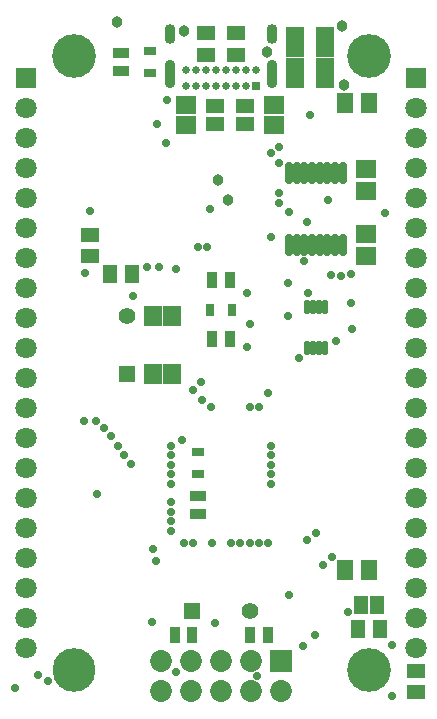
<source format=gbs>
G04*
G04 #@! TF.GenerationSoftware,Altium Limited,Altium Designer,21.0.9 (235)*
G04*
G04 Layer_Color=16711935*
%FSLAX25Y25*%
%MOIN*%
G70*
G04*
G04 #@! TF.SameCoordinates,E5CA4AE1-0186-4FD9-A07E-2EFFEE8FE40E*
G04*
G04*
G04 #@! TF.FilePolarity,Negative*
G04*
G01*
G75*
%ADD26R,0.05315X0.03740*%
%ADD29R,0.03740X0.05315*%
%ADD35R,0.06115X0.04737*%
%ADD36R,0.06902X0.06312*%
%ADD42R,0.04737X0.06115*%
%ADD45R,0.05524X0.05524*%
%ADD46C,0.05524*%
%ADD47R,0.05524X0.05524*%
%ADD48C,0.14580*%
%ADD49O,0.14186X0.14580*%
%ADD50C,0.02559*%
%ADD51R,0.02559X0.02559*%
G04:AMPARAMS|DCode=52|XSize=35.43mil|YSize=94.49mil|CornerRadius=17.72mil|HoleSize=0mil|Usage=FLASHONLY|Rotation=180.000|XOffset=0mil|YOffset=0mil|HoleType=Round|Shape=RoundedRectangle|*
%AMROUNDEDRECTD52*
21,1,0.03543,0.05906,0,0,180.0*
21,1,0.00000,0.09449,0,0,180.0*
1,1,0.03543,0.00000,0.02953*
1,1,0.03543,0.00000,0.02953*
1,1,0.03543,0.00000,-0.02953*
1,1,0.03543,0.00000,-0.02953*
%
%ADD52ROUNDEDRECTD52*%
G04:AMPARAMS|DCode=53|XSize=35.43mil|YSize=66.93mil|CornerRadius=17.72mil|HoleSize=0mil|Usage=FLASHONLY|Rotation=180.000|XOffset=0mil|YOffset=0mil|HoleType=Round|Shape=RoundedRectangle|*
%AMROUNDEDRECTD53*
21,1,0.03543,0.03150,0,0,180.0*
21,1,0.00000,0.06693,0,0,180.0*
1,1,0.03543,0.00000,0.01575*
1,1,0.03543,0.00000,0.01575*
1,1,0.03543,0.00000,-0.01575*
1,1,0.03543,0.00000,-0.01575*
%
%ADD53ROUNDEDRECTD53*%
%ADD54C,0.07099*%
%ADD55R,0.07099X0.07099*%
%ADD56C,0.07296*%
%ADD57R,0.07296X0.07296*%
%ADD58C,0.02800*%
%ADD59C,0.03800*%
%ADD73R,0.04134X0.03150*%
%ADD75R,0.03150X0.04134*%
%ADD82R,0.05524X0.06509*%
%ADD83R,0.05131X0.06115*%
%ADD84R,0.06115X0.06509*%
G04:AMPARAMS|DCode=85|XSize=25.72mil|YSize=70.99mil|CornerRadius=5.95mil|HoleSize=0mil|Usage=FLASHONLY|Rotation=180.000|XOffset=0mil|YOffset=0mil|HoleType=Round|Shape=RoundedRectangle|*
%AMROUNDEDRECTD85*
21,1,0.02572,0.05909,0,0,180.0*
21,1,0.01382,0.07099,0,0,180.0*
1,1,0.01190,-0.00691,0.02955*
1,1,0.01190,0.00691,0.02955*
1,1,0.01190,0.00691,-0.02955*
1,1,0.01190,-0.00691,-0.02955*
%
%ADD85ROUNDEDRECTD85*%
G04:AMPARAMS|DCode=86|XSize=19.81mil|YSize=47.37mil|CornerRadius=5.95mil|HoleSize=0mil|Usage=FLASHONLY|Rotation=0.000|XOffset=0mil|YOffset=0mil|HoleType=Round|Shape=RoundedRectangle|*
%AMROUNDEDRECTD86*
21,1,0.01981,0.03547,0,0,0.0*
21,1,0.00791,0.04737,0,0,0.0*
1,1,0.01190,0.00396,-0.01774*
1,1,0.01190,-0.00396,-0.01774*
1,1,0.01190,-0.00396,0.01774*
1,1,0.01190,0.00396,0.01774*
%
%ADD86ROUNDEDRECTD86*%
%ADD87R,0.06509X0.06115*%
%ADD88R,0.06115X0.04540*%
%ADD89R,0.06115X0.10052*%
%ADD90R,0.06312X0.04934*%
D26*
X64961Y67913D02*
D03*
Y73819D02*
D03*
X39370Y221457D02*
D03*
Y215551D02*
D03*
D29*
X63228Y27559D02*
D03*
X57323D02*
D03*
X82441D02*
D03*
X88346D02*
D03*
X75787Y125984D02*
D03*
X69882D02*
D03*
Y145669D02*
D03*
X75787D02*
D03*
D35*
X137795Y15354D02*
D03*
Y8268D02*
D03*
X28937Y160827D02*
D03*
Y153740D02*
D03*
D36*
X121063Y175394D02*
D03*
Y182874D02*
D03*
Y153740D02*
D03*
Y161221D02*
D03*
D42*
X118504Y29528D02*
D03*
X125591D02*
D03*
X35827Y147638D02*
D03*
X42913D02*
D03*
D45*
X63228Y35433D02*
D03*
D46*
X82441D02*
D03*
X41339Y133622D02*
D03*
D47*
Y114409D02*
D03*
D48*
X122047Y220472D02*
D03*
X23622D02*
D03*
X122047Y15748D02*
D03*
D49*
X23622D02*
D03*
D50*
X84547Y215846D02*
D03*
X81201D02*
D03*
X77854D02*
D03*
X74508D02*
D03*
X71161D02*
D03*
X67815D02*
D03*
X64468D02*
D03*
X61122D02*
D03*
Y210531D02*
D03*
X64468D02*
D03*
X67815D02*
D03*
X71161D02*
D03*
X74508D02*
D03*
X77854D02*
D03*
X81201D02*
D03*
D51*
X84547D02*
D03*
D52*
X55807Y214390D02*
D03*
X89862D02*
D03*
D53*
X55807Y227697D02*
D03*
X89862D02*
D03*
D54*
X137835Y73110D02*
D03*
Y103110D02*
D03*
Y113110D02*
D03*
Y123110D02*
D03*
Y143110D02*
D03*
Y153110D02*
D03*
Y173110D02*
D03*
Y193110D02*
D03*
Y203110D02*
D03*
Y183110D02*
D03*
Y163110D02*
D03*
Y133110D02*
D03*
Y93110D02*
D03*
Y83110D02*
D03*
Y63110D02*
D03*
Y53110D02*
D03*
Y43110D02*
D03*
Y33110D02*
D03*
Y23110D02*
D03*
X7835Y73110D02*
D03*
Y103110D02*
D03*
Y113110D02*
D03*
Y123110D02*
D03*
Y143110D02*
D03*
Y153110D02*
D03*
Y173110D02*
D03*
Y193110D02*
D03*
Y203110D02*
D03*
Y183110D02*
D03*
Y163110D02*
D03*
Y133110D02*
D03*
Y93110D02*
D03*
Y83110D02*
D03*
Y63110D02*
D03*
Y53110D02*
D03*
Y43110D02*
D03*
Y33110D02*
D03*
Y23110D02*
D03*
D55*
X137835Y213110D02*
D03*
X7835D02*
D03*
D56*
X82835Y8779D02*
D03*
Y18779D02*
D03*
X92835Y8779D02*
D03*
X72835Y18779D02*
D03*
Y8779D02*
D03*
X62835Y18779D02*
D03*
X52835D02*
D03*
X62835Y8779D02*
D03*
X52835D02*
D03*
D57*
X92835Y18779D02*
D03*
D58*
X116535Y129528D02*
D03*
X100197Y23622D02*
D03*
X49803Y31693D02*
D03*
X112795Y147047D02*
D03*
X92126Y174606D02*
D03*
Y184646D02*
D03*
X89370Y188189D02*
D03*
X91915Y190186D02*
D03*
X115157Y35236D02*
D03*
X129724Y24016D02*
D03*
X54478Y191289D02*
D03*
X69095Y169291D02*
D03*
X111221Y125394D02*
D03*
X95079Y144882D02*
D03*
X81496Y123425D02*
D03*
Y141535D02*
D03*
X84646Y13780D02*
D03*
X3937Y9843D02*
D03*
X115945Y137992D02*
D03*
Y147835D02*
D03*
X100492Y152067D02*
D03*
X108268Y172441D02*
D03*
X127559Y168110D02*
D03*
X101772Y141339D02*
D03*
X95472Y168504D02*
D03*
X101378Y165157D02*
D03*
X68110Y156693D02*
D03*
X109646Y53347D02*
D03*
X95472Y40748D02*
D03*
X57874Y14961D02*
D03*
X104528Y61417D02*
D03*
X103937Y27362D02*
D03*
X129724Y7087D02*
D03*
X69488Y103347D02*
D03*
X66339Y105905D02*
D03*
X63386Y109055D02*
D03*
X59646Y92323D02*
D03*
X50197Y56102D02*
D03*
X66142Y111614D02*
D03*
X52165Y150197D02*
D03*
X57874Y149409D02*
D03*
X27197Y98622D02*
D03*
X11811Y13976D02*
D03*
X14961Y12008D02*
D03*
X70866Y31496D02*
D03*
X56228Y90503D02*
D03*
Y87403D02*
D03*
Y84203D02*
D03*
X31299Y74410D02*
D03*
X56228Y77903D02*
D03*
X51378Y197835D02*
D03*
X54724Y205906D02*
D03*
X82284Y131102D02*
D03*
X89370Y160039D02*
D03*
X48228Y150197D02*
D03*
X43307Y140551D02*
D03*
X91929Y171260D02*
D03*
X102362Y200591D02*
D03*
X106890Y50591D02*
D03*
X98819Y119685D02*
D03*
X109449Y147441D02*
D03*
X95079Y133661D02*
D03*
X64961Y156693D02*
D03*
X27559Y148228D02*
D03*
X28937Y168701D02*
D03*
X88535Y108119D02*
D03*
X89442Y90503D02*
D03*
Y87403D02*
D03*
Y84203D02*
D03*
Y81103D02*
D03*
X82235Y103396D02*
D03*
X88535Y58196D02*
D03*
X85435D02*
D03*
X82235D02*
D03*
X79135D02*
D03*
X75935D02*
D03*
X69735D02*
D03*
X101428Y59103D02*
D03*
X89442Y77903D02*
D03*
X85435Y103396D02*
D03*
X30906Y98819D02*
D03*
X33858Y96260D02*
D03*
X36220Y93701D02*
D03*
X38434Y90503D02*
D03*
X40550Y87403D02*
D03*
X42717Y84252D02*
D03*
X56228Y81103D02*
D03*
X63435Y58196D02*
D03*
X60235D02*
D03*
X56228Y62203D02*
D03*
Y65403D02*
D03*
Y68503D02*
D03*
Y71703D02*
D03*
X51142Y52203D02*
D03*
D59*
X75000Y172441D02*
D03*
X71653Y179134D02*
D03*
X60433Y228740D02*
D03*
X113779Y210630D02*
D03*
X113189Y230315D02*
D03*
X88189Y221850D02*
D03*
X38189Y231693D02*
D03*
D73*
X64961Y81004D02*
D03*
Y88287D02*
D03*
X49213Y222146D02*
D03*
Y214862D02*
D03*
D75*
X69193Y135827D02*
D03*
X76476D02*
D03*
D82*
X114173Y49213D02*
D03*
X122047D02*
D03*
X114173Y204724D02*
D03*
X122047D02*
D03*
D83*
X124803Y37402D02*
D03*
X119291D02*
D03*
D84*
X56299Y133622D02*
D03*
X50000D02*
D03*
X56299Y114409D02*
D03*
X50000D02*
D03*
D85*
X113287Y157283D02*
D03*
X110728D02*
D03*
X108169D02*
D03*
X105610D02*
D03*
X103051D02*
D03*
X100492D02*
D03*
X97933D02*
D03*
X95374D02*
D03*
X113287Y181299D02*
D03*
X110728D02*
D03*
X108169D02*
D03*
X105610D02*
D03*
X103051D02*
D03*
X100492D02*
D03*
X97933D02*
D03*
X95374D02*
D03*
D86*
X107283Y123228D02*
D03*
X105315D02*
D03*
X103347D02*
D03*
X101378D02*
D03*
X107283Y136614D02*
D03*
X105315D02*
D03*
X103347D02*
D03*
X101378D02*
D03*
D87*
X61024Y204035D02*
D03*
Y197539D02*
D03*
X90551Y204035D02*
D03*
Y197539D02*
D03*
D88*
X80709Y203839D02*
D03*
Y197736D02*
D03*
X70866D02*
D03*
Y203839D02*
D03*
D89*
X97441Y225098D02*
D03*
Y214665D02*
D03*
X107283Y225098D02*
D03*
Y214665D02*
D03*
D90*
X77854Y228150D02*
D03*
Y220669D02*
D03*
X67815Y228150D02*
D03*
Y220669D02*
D03*
M02*

</source>
